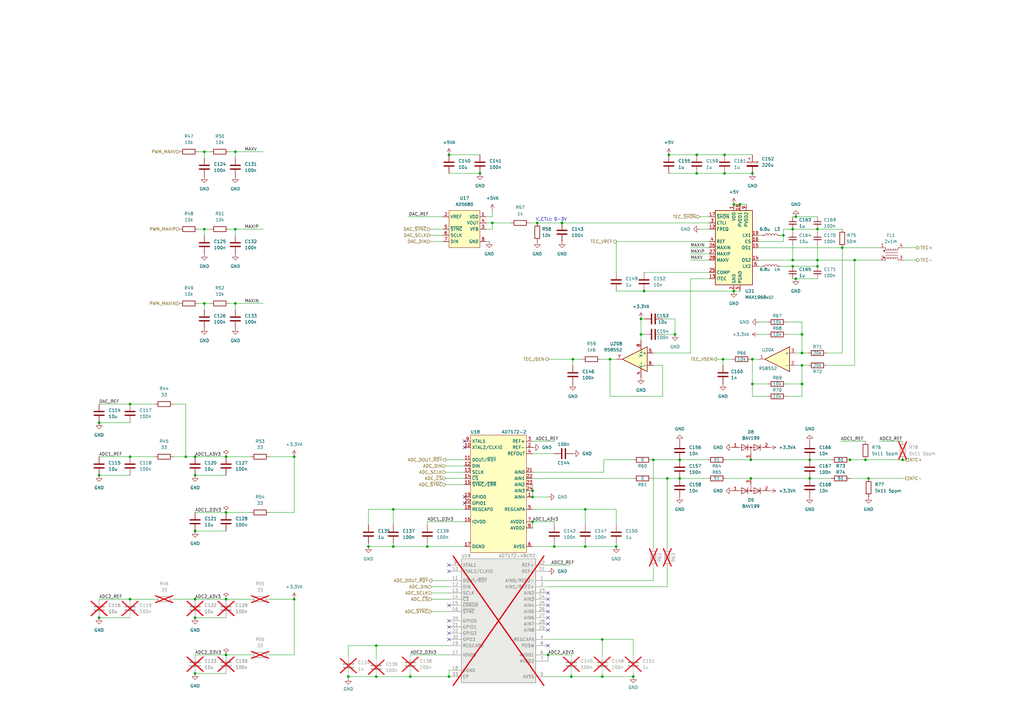
<source format=kicad_sch>
(kicad_sch (version 20230121) (generator eeschema)
  (paper "A3")
  (title_block (title "Kirdy") (date "2022-07-03") (rev "r0.3") (company "M-Labs") (comment 1 "Linus Woo Chun Kit"))
  (junction (at 300.99 119.38))
  (junction (at 267.97 188.595))
  (junction (at 350.52 106.68))
  (junction (at 297.18 63.5))
  (junction (at 274.32 63.5))
  (junction (at 300.99 83.82))
  (junction (at 201.93 91.44))
  (junction (at 252.73 224.155))
  (junction (at 96.52 62.23))
  (junction (at 53.34 245.745))
  (junction (at 161.29 208.915))
  (junction (at 92.71 268.605))
  (junction (at 325.12 106.68))
  (junction (at 234.95 147.32))
  (junction (at 83.82 62.23))
  (junction (at 40.64 173.355))
  (junction (at 80.01 217.805))
  (junction (at 120.65 187.325))
  (junction (at 40.64 253.365))
  (junction (at 120.65 245.745))
  (junction (at 218.44 213.995))
  (junction (at 154.305 277.495))
  (junction (at 328.93 149.86))
  (junction (at 354.965 188.595))
  (junction (at 296.545 147.32))
  (junction (at 218.44 203.835))
  (junction (at 184.15 277.495))
  (junction (at 161.29 224.155))
  (junction (at 234.315 277.495))
  (junction (at 308.61 71.12))
  (junction (at 247.015 262.255))
  (junction (at 92.71 210.185))
  (junction (at 325.12 93.98))
  (junction (at 80.01 276.225))
  (junction (at 230.505 91.44))
  (junction (at 262.89 137.16))
  (junction (at 285.75 71.12))
  (junction (at 348.615 188.595))
  (junction (at 308.61 157.48))
  (junction (at 259.715 277.495))
  (junction (at 326.39 114.3))
  (junction (at 250.19 147.32))
  (junction (at 92.71 245.745))
  (junction (at 83.82 93.98))
  (junction (at 80.01 187.325))
  (junction (at 83.82 124.46))
  (junction (at 175.26 224.155))
  (junction (at 278.765 188.595))
  (junction (at 80.01 194.945))
  (junction (at 321.31 96.52))
  (junction (at 92.71 187.325))
  (junction (at 53.34 187.325))
  (junction (at 218.44 201.295))
  (junction (at 168.275 277.495))
  (junction (at 80.01 253.365))
  (junction (at 184.15 63.5))
  (junction (at 240.03 224.155))
  (junction (at 335.28 109.22))
  (junction (at 345.44 101.6))
  (junction (at 273.685 196.215))
  (junction (at 278.765 196.215))
  (junction (at 328.93 137.16))
  (junction (at 96.52 93.98))
  (junction (at 227.33 224.155))
  (junction (at 154.305 264.795))
  (junction (at 220.345 91.44))
  (junction (at 96.52 124.46))
  (junction (at 303.53 83.82))
  (junction (at 40.64 194.945))
  (junction (at 332.105 188.595))
  (junction (at 328.93 157.48))
  (junction (at 307.975 188.595))
  (junction (at 325.12 109.22))
  (junction (at 196.85 71.12))
  (junction (at 356.235 196.215))
  (junction (at 262.89 130.81))
  (junction (at 240.03 208.915))
  (junction (at 307.975 196.215))
  (junction (at 328.93 144.78))
  (junction (at 370.205 188.595))
  (junction (at 151.13 224.155))
  (junction (at 264.16 119.38))
  (junction (at 76.2 187.325))
  (junction (at 80.01 245.745))
  (junction (at 335.28 93.98))
  (junction (at 276.86 137.16))
  (junction (at 142.875 277.495))
  (junction (at 308.61 147.32))
  (junction (at 285.75 63.5))
  (junction (at 297.18 71.12))
  (junction (at 335.28 106.68))
  (junction (at 332.105 196.215))
  (junction (at 224.79 268.605))
  (junction (at 53.34 165.735))
  (junction (at 326.39 88.9))
  (junction (at 247.015 277.495))
  (no_connect (at 190.5 180.975))
  (no_connect (at 184.15 248.285))
  (no_connect (at 190.5 183.515))
  (no_connect (at 190.5 203.835))
  (no_connect (at 190.5 206.375))
  (no_connect (at 224.79 243.205))
  (no_connect (at 224.79 250.825))
  (no_connect (at 184.15 234.315))
  (no_connect (at 184.15 231.775))
  (no_connect (at 224.79 264.795))
  (no_connect (at 184.15 262.255))
  (no_connect (at 224.79 255.905))
  (no_connect (at 184.15 257.175))
  (no_connect (at 184.15 259.715))
  (no_connect (at 224.79 248.285))
  (no_connect (at 224.79 253.365))
  (no_connect (at 184.15 254.635))
  (no_connect (at 224.79 258.445))
  (no_connect (at 224.79 245.745))
  (wire (pts (xy 320.04 96.52) (xy 321.31 96.52)))
  (wire (pts (xy 80.01 276.225) (xy 92.71 276.225)))
  (wire (pts (xy 274.32 63.5) (xy 285.75 63.5)))
  (wire (pts (xy 328.93 144.78) (xy 331.47 144.78)))
  (wire (pts (xy 218.44 201.295) (xy 218.44 203.835)))
  (wire (pts (xy 218.44 213.995) (xy 227.33 213.995)))
  (wire (pts (xy 224.79 147.32) (xy 234.95 147.32)))
  (wire (pts (xy 220.345 91.44) (xy 230.505 91.44)))
  (wire (pts (xy 40.64 245.745) (xy 53.34 245.745)))
  (wire (pts (xy 347.345 188.595) (xy 348.615 188.595)))
  (wire (pts (xy 308.61 147.32) (xy 311.15 147.32)))
  (wire (pts (xy 40.64 194.945) (xy 53.34 194.945)))
  (wire (pts (xy 252.73 111.76) (xy 252.73 99.06)))
  (wire (pts (xy 142.875 277.495) (xy 142.875 278.13)))
  (wire (pts (xy 182.88 198.755) (xy 190.5 198.755)))
  (wire (pts (xy 40.64 165.735) (xy 53.34 165.735)))
  (wire (pts (xy 328.93 149.86) (xy 331.47 149.86)))
  (wire (pts (xy 92.71 268.605) (xy 102.87 268.605)))
  (wire (pts (xy 182.88 191.135) (xy 190.5 191.135)))
  (wire (pts (xy 175.26 213.995) (xy 190.5 213.995)))
  (wire (pts (xy 252.73 119.38) (xy 264.16 119.38)))
  (wire (pts (xy 224.79 268.605) (xy 224.79 271.145)))
  (wire (pts (xy 53.34 245.745) (xy 63.5 245.745)))
  (wire (pts (xy 252.73 208.915) (xy 252.73 215.265)))
  (wire (pts (xy 278.765 196.215) (xy 290.195 196.215)))
  (wire (pts (xy 151.13 215.265) (xy 151.13 208.915)))
  (wire (pts (xy 110.49 187.325) (xy 120.65 187.325)))
  (wire (pts (xy 92.71 210.185) (xy 102.87 210.185)))
  (wire (pts (xy 311.15 132.08) (xy 314.96 132.08)))
  (wire (pts (xy 278.765 188.595) (xy 290.195 188.595)))
  (wire (pts (xy 199.39 93.98) (xy 201.93 93.98)))
  (wire (pts (xy 325.12 106.68) (xy 335.28 106.68)))
  (wire (pts (xy 297.18 63.5) (xy 308.61 63.5)))
  (wire (pts (xy 250.19 147.32) (xy 252.73 147.32)))
  (wire (pts (xy 285.75 71.12) (xy 297.18 71.12)))
  (wire (pts (xy 296.545 147.32) (xy 300.355 147.32)))
  (wire (pts (xy 332.105 188.595) (xy 340.995 188.595)))
  (wire (pts (xy 264.16 119.38) (xy 300.99 119.38)))
  (wire (pts (xy 176.53 99.06) (xy 181.61 99.06)))
  (wire (pts (xy 322.58 157.48) (xy 328.93 157.48)))
  (wire (pts (xy 177.165 245.745) (xy 184.15 245.745)))
  (wire (pts (xy 80.01 253.365) (xy 92.71 253.365)))
  (wire (pts (xy 71.12 245.745) (xy 80.01 245.745)))
  (wire (pts (xy 227.33 213.995) (xy 227.33 215.265)))
  (wire (pts (xy 83.82 93.98) (xy 86.36 93.98)))
  (wire (pts (xy 339.09 144.78) (xy 345.44 144.78)))
  (wire (pts (xy 271.78 162.56) (xy 271.78 149.86)))
  (wire (pts (xy 184.15 63.5) (xy 196.85 63.5)))
  (wire (pts (xy 218.44 208.915) (xy 240.03 208.915)))
  (wire (pts (xy 218.44 213.995) (xy 218.44 216.535)))
  (wire (pts (xy 151.13 208.915) (xy 161.29 208.915)))
  (wire (pts (xy 151.13 224.155) (xy 161.29 224.155)))
  (wire (pts (xy 247.015 277.495) (xy 259.715 277.495)))
  (wire (pts (xy 321.31 93.98) (xy 325.12 93.98)))
  (wire (pts (xy 350.52 106.68) (xy 350.52 149.86)))
  (wire (pts (xy 199.39 99.06) (xy 200.66 99.06)))
  (wire (pts (xy 142.875 277.495) (xy 154.305 277.495)))
  (wire (pts (xy 96.52 124.46) (xy 96.52 127)))
  (wire (pts (xy 154.305 264.795) (xy 154.305 269.875)))
  (wire (pts (xy 325.12 109.22) (xy 335.28 109.22)))
  (wire (pts (xy 287.02 88.9) (xy 290.83 88.9)))
  (wire (pts (xy 283.21 101.6) (xy 290.83 101.6)))
  (wire (pts (xy 370.84 101.6) (xy 375.92 101.6)))
  (wire (pts (xy 176.53 96.52) (xy 181.61 96.52)))
  (wire (pts (xy 271.78 149.86) (xy 267.97 149.86)))
  (wire (pts (xy 182.88 188.595) (xy 190.5 188.595)))
  (wire (pts (xy 262.89 137.16) (xy 262.89 139.7)))
  (wire (pts (xy 345.44 101.6) (xy 345.44 144.78)))
  (wire (pts (xy 326.39 144.78) (xy 328.93 144.78)))
  (wire (pts (xy 283.21 144.78) (xy 267.97 144.78)))
  (wire (pts (xy 247.65 193.675) (xy 247.65 188.595)))
  (wire (pts (xy 184.15 71.12) (xy 196.85 71.12)))
  (wire (pts (xy 311.15 101.6) (xy 345.44 101.6)))
  (wire (pts (xy 234.95 149.86) (xy 234.95 147.32)))
  (wire (pts (xy 96.52 124.46) (xy 107.95 124.46)))
  (wire (pts (xy 240.03 208.915) (xy 252.73 208.915)))
  (wire (pts (xy 234.315 276.225) (xy 234.315 277.495)))
  (wire (pts (xy 267.97 232.41) (xy 267.97 238.125)))
  (wire (pts (xy 335.28 106.68) (xy 350.52 106.68)))
  (wire (pts (xy 182.88 193.675) (xy 190.5 193.675)))
  (wire (pts (xy 325.12 95.25) (xy 325.12 93.98)))
  (wire (pts (xy 154.305 264.795) (xy 184.15 264.795)))
  (wire (pts (xy 348.615 196.215) (xy 356.235 196.215)))
  (wire (pts (xy 120.65 268.605) (xy 120.65 245.745)))
  (wire (pts (xy 199.39 88.9) (xy 201.93 88.9)))
  (wire (pts (xy 335.28 100.33) (xy 335.28 106.68)))
  (wire (pts (xy 224.79 277.495) (xy 234.315 277.495)))
  (wire (pts (xy 93.98 93.98) (xy 96.52 93.98)))
  (wire (pts (xy 264.16 130.81) (xy 262.89 130.81)))
  (wire (pts (xy 325.12 88.9) (xy 326.39 88.9)))
  (wire (pts (xy 250.19 162.56) (xy 271.78 162.56)))
  (wire (pts (xy 322.58 132.08) (xy 328.93 132.08)))
  (wire (pts (xy 273.685 232.41) (xy 273.685 240.665)))
  (wire (pts (xy 83.82 62.23) (xy 83.82 64.77)))
  (wire (pts (xy 161.29 222.885) (xy 161.29 224.155)))
  (wire (pts (xy 80.01 217.805) (xy 92.71 217.805)))
  (wire (pts (xy 307.975 196.215) (xy 332.105 196.215)))
  (wire (pts (xy 264.16 111.76) (xy 290.83 111.76)))
  (wire (pts (xy 247.015 262.255) (xy 259.715 262.255)))
  (wire (pts (xy 167.64 88.9) (xy 181.61 88.9)))
  (wire (pts (xy 246.38 147.32) (xy 250.19 147.32)))
  (wire (pts (xy 247.015 276.225) (xy 247.015 277.495)))
  (wire (pts (xy 267.97 188.595) (xy 267.97 224.79)))
  (wire (pts (xy 53.34 187.325) (xy 63.5 187.325)))
  (wire (pts (xy 240.03 222.885) (xy 240.03 224.155)))
  (wire (pts (xy 110.49 268.605) (xy 120.65 268.605)))
  (wire (pts (xy 177.165 240.665) (xy 184.15 240.665)))
  (wire (pts (xy 201.93 88.9) (xy 201.93 86.36)))
  (wire (pts (xy 311.15 106.68) (xy 325.12 106.68)))
  (wire (pts (xy 325.12 100.33) (xy 325.12 106.68)))
  (wire (pts (xy 234.95 147.32) (xy 238.76 147.32)))
  (wire (pts (xy 40.64 187.325) (xy 53.34 187.325)))
  (wire (pts (xy 177.165 250.825) (xy 184.15 250.825)))
  (wire (pts (xy 247.65 188.595) (xy 259.715 188.595)))
  (wire (pts (xy 83.82 124.46) (xy 83.82 127)))
  (wire (pts (xy 328.93 137.16) (xy 328.93 144.78)))
  (wire (pts (xy 175.26 224.155) (xy 190.5 224.155)))
  (wire (pts (xy 168.275 268.605) (xy 184.15 268.605)))
  (wire (pts (xy 177.165 243.205) (xy 184.15 243.205)))
  (wire (pts (xy 92.71 187.325) (xy 102.87 187.325)))
  (wire (pts (xy 218.44 186.055) (xy 227.33 186.055)))
  (wire (pts (xy 110.49 245.745) (xy 120.65 245.745)))
  (wire (pts (xy 247.015 262.255) (xy 247.015 268.605)))
  (wire (pts (xy 92.71 245.745) (xy 102.87 245.745)))
  (wire (pts (xy 360.68 180.975) (xy 370.205 180.975)))
  (wire (pts (xy 311.15 99.06) (xy 321.31 99.06)))
  (wire (pts (xy 267.97 188.595) (xy 278.765 188.595)))
  (wire (pts (xy 297.815 196.215) (xy 307.975 196.215)))
  (wire (pts (xy 142.875 264.795) (xy 142.875 269.24)))
  (wire (pts (xy 80.01 268.605) (xy 92.71 268.605)))
  (wire (pts (xy 96.52 93.98) (xy 96.52 96.52)))
  (wire (pts (xy 311.15 137.16) (xy 314.96 137.16)))
  (wire (pts (xy 326.39 149.86) (xy 328.93 149.86)))
  (wire (pts (xy 308.61 157.48) (xy 308.61 162.56)))
  (wire (pts (xy 53.34 165.735) (xy 63.5 165.735)))
  (wire (pts (xy 370.205 188.595) (xy 371.475 188.595)))
  (wire (pts (xy 71.12 165.735) (xy 76.2 165.735)))
  (wire (pts (xy 326.39 114.3) (xy 335.28 114.3)))
  (wire (pts (xy 325.12 114.3) (xy 326.39 114.3)))
  (wire (pts (xy 76.2 165.735) (xy 76.2 187.325)))
  (wire (pts (xy 218.44 203.835) (xy 224.79 203.835)))
  (wire (pts (xy 273.685 240.665) (xy 224.79 240.665)))
  (wire (pts (xy 154.305 277.495) (xy 168.275 277.495)))
  (wire (pts (xy 247.65 193.675) (xy 218.44 193.675)))
  (wire (pts (xy 252.73 222.885) (xy 252.73 224.155)))
  (wire (pts (xy 199.39 91.44) (xy 201.93 91.44)))
  (wire (pts (xy 328.93 162.56) (xy 328.93 157.48)))
  (wire (pts (xy 110.49 210.185) (xy 120.65 210.185)))
  (wire (pts (xy 83.82 93.98) (xy 83.82 96.52)))
  (wire (pts (xy 93.98 62.23) (xy 96.52 62.23)))
  (wire (pts (xy 230.505 91.44) (xy 290.83 91.44)))
  (wire (pts (xy 287.02 93.98) (xy 290.83 93.98)))
  (wire (pts (xy 322.58 137.16) (xy 328.93 137.16)))
  (wire (pts (xy 80.01 194.945) (xy 92.71 194.945)))
  (wire (pts (xy 177.165 238.125) (xy 184.15 238.125)))
  (wire (pts (xy 184.15 274.955) (xy 184.15 277.495)))
  (wire (pts (xy 276.86 130.81) (xy 276.86 137.16)))
  (wire (pts (xy 201.93 93.98) (xy 201.93 91.44)))
  (wire (pts (xy 218.44 180.975) (xy 227.33 180.975)))
  (wire (pts (xy 322.58 162.56) (xy 328.93 162.56)))
  (wire (pts (xy 328.93 132.08) (xy 328.93 137.16)))
  (wire (pts (xy 40.64 173.355) (xy 53.34 173.355)))
  (wire (pts (xy 176.53 93.98) (xy 181.61 93.98)))
  (wire (pts (xy 81.28 93.98) (xy 83.82 93.98)))
  (wire (pts (xy 80.01 187.325) (xy 92.71 187.325)))
  (wire (pts (xy 273.685 196.215) (xy 273.685 224.79)))
  (wire (pts (xy 273.685 196.215) (xy 278.765 196.215)))
  (wire (pts (xy 335.28 95.25) (xy 335.28 93.98)))
  (wire (pts (xy 96.52 62.23) (xy 107.95 62.23)))
  (wire (pts (xy 321.31 99.06) (xy 321.31 96.52)))
  (wire (pts (xy 175.26 222.885) (xy 175.26 224.155)))
  (wire (pts (xy 218.44 198.755) (xy 218.44 201.295)))
  (wire (pts (xy 76.2 187.325) (xy 80.01 187.325)))
  (wire (pts (xy 344.805 180.975) (xy 354.965 180.975)))
  (wire (pts (xy 120.65 210.185) (xy 120.65 187.325)))
  (wire (pts (xy 224.79 268.605) (xy 234.315 268.605)))
  (wire (pts (xy 224.79 262.255) (xy 247.015 262.255)))
  (wire (pts (xy 218.44 196.215) (xy 259.715 196.215)))
  (wire (pts (xy 271.78 137.16) (xy 276.86 137.16)))
  (wire (pts (xy 311.15 96.52) (xy 312.42 96.52)))
  (wire (pts (xy 283.21 114.3) (xy 290.83 114.3)))
  (wire (pts (xy 348.615 188.595) (xy 354.965 188.595)))
  (wire (pts (xy 96.52 93.98) (xy 107.95 93.98)))
  (wire (pts (xy 81.28 62.23) (xy 83.82 62.23)))
  (wire (pts (xy 240.03 208.915) (xy 240.03 215.265)))
  (wire (pts (xy 264.16 137.16) (xy 262.89 137.16)))
  (wire (pts (xy 321.31 96.52) (xy 321.31 93.98)))
  (wire (pts (xy 335.28 106.68) (xy 335.28 109.22)))
  (wire (pts (xy 217.17 91.44) (xy 220.345 91.44)))
  (wire (pts (xy 332.105 196.215) (xy 340.995 196.215)))
  (wire (pts (xy 335.28 93.98) (xy 345.44 93.98)))
  (wire (pts (xy 274.32 71.12) (xy 285.75 71.12)))
  (wire (pts (xy 267.335 188.595) (xy 267.97 188.595)))
  (wire (pts (xy 262.89 130.81) (xy 262.89 137.16)))
  (wire (pts (xy 168.275 277.495) (xy 184.15 277.495)))
  (wire (pts (xy 250.19 147.32) (xy 250.19 162.56)))
  (wire (pts (xy 356.235 196.215) (xy 371.475 196.215)))
  (wire (pts (xy 285.75 63.5) (xy 297.18 63.5)))
  (wire (pts (xy 182.88 196.215) (xy 190.5 196.215)))
  (wire (pts (xy 307.975 188.595) (xy 332.105 188.595)))
  (wire (pts (xy 168.275 277.495) (xy 168.275 276.225)))
  (wire (pts (xy 81.28 124.46) (xy 83.82 124.46)))
  (wire (pts (xy 300.99 83.82) (xy 303.53 83.82)))
  (wire (pts (xy 83.82 124.46) (xy 86.36 124.46)))
  (wire (pts (xy 350.52 106.68) (xy 360.68 106.68)))
  (wire (pts (xy 297.815 188.595) (xy 307.975 188.595)))
  (wire (pts (xy 283.21 114.3) (xy 283.21 144.78)))
  (wire (pts (xy 80.01 210.185) (xy 92.71 210.185)))
  (wire (pts (xy 294.005 147.32) (xy 296.545 147.32)))
  (wire (pts (xy 96.52 62.23) (xy 96.52 64.77)))
  (wire (pts (xy 345.44 101.6) (xy 360.68 101.6)))
  (wire (pts (xy 252.73 99.06) (xy 290.83 99.06)))
  (wire (pts (xy 370.84 106.68) (xy 375.92 106.68)))
  (wire (pts (xy 328.93 157.48) (xy 328.93 149.86)))
  (wire (pts (xy 314.96 157.48) (xy 308.61 157.48)))
  (wire (pts (xy 93.98 124.46) (xy 96.52 124.46)))
  (wire (pts (xy 259.715 276.225) (xy 259.715 277.495)))
  (wire (pts (xy 267.97 238.125) (xy 224.79 238.125)))
  (wire (pts (xy 227.33 222.885) (xy 227.33 224.155)))
  (wire (pts (xy 80.01 245.745) (xy 92.71 245.745)))
  (wire (pts (xy 218.44 224.155) (xy 227.33 224.155)))
  (wire (pts (xy 300.99 119.38) (xy 303.53 119.38)))
  (wire (pts (xy 307.975 147.32) (xy 308.61 147.32)))
  (wire (pts (xy 71.12 187.325) (xy 76.2 187.325)))
  (wire (pts (xy 296.545 149.86) (xy 296.545 147.32)))
  (wire (pts (xy 161.29 224.155) (xy 175.26 224.155)))
  (wire (pts (xy 308.61 157.48) (xy 308.61 147.32)))
  (wire (pts (xy 303.53 83.82) (xy 306.07 83.82)))
  (wire (pts (xy 271.78 130.81) (xy 276.86 130.81)))
  (wire (pts (xy 224.79 231.775) (xy 233.68 231.775)))
  (wire (pts (xy 201.93 91.44) (xy 209.55 91.44)))
  (wire (pts (xy 308.61 162.56) (xy 314.96 162.56)))
  (wire (pts (xy 83.82 62.23) (xy 86.36 62.23)))
  (wire (pts (xy 354.965 188.595) (xy 370.205 188.595)))
  (wire (pts (xy 161.29 208.915) (xy 161.29 215.265)))
  (wire (pts (xy 326.39 88.9) (xy 335.28 88.9)))
  (wire (pts (xy 234.315 277.495) (xy 247.015 277.495)))
  (wire (pts (xy 40.64 253.365) (xy 53.34 253.365)))
  (wire (pts (xy 311.15 109.22) (xy 312.42 109.22)))
  (wire (pts (xy 227.33 224.155) (xy 240.03 224.155)))
  (wire (pts (xy 320.04 109.22) (xy 325.12 109.22)))
  (wire (pts (xy 339.09 149.86) (xy 350.52 149.86)))
  (wire (pts (xy 297.18 71.12) (xy 308.61 71.12)))
  (wire (pts (xy 267.335 196.215) (xy 273.685 196.215)))
  (wire (pts (xy 161.29 208.915) (xy 190.5 208.915)))
  (wire (pts (xy 283.21 104.14) (xy 290.83 104.14)))
  (wire (pts (xy 283.21 106.68) (xy 290.83 106.68)))
  (wire (pts (xy 240.03 224.155) (xy 252.73 224.155)))
  (wire (pts (xy 142.875 276.86) (xy 142.875 277.495)))
  (wire (pts (xy 151.13 222.885) (xy 151.13 224.155)))
  (wire (pts (xy 154.305 264.795) (xy 142.875 264.795)))
  (wire (pts (xy 259.715 262.255) (xy 259.715 268.605)))
  (wire (pts (xy 325.12 93.98) (xy 335.28 93.98)))
  (wire (pts (xy 175.26 213.995) (xy 175.26 215.265)))
  (text "V_CTLI: 0-3V" (at 219.71 90.805 0) (effects (font (size 1.27 1.27)) (justify left bottom)))
  (label "DAC_REF" (at 167.64 88.9 0))
  (label "ADC1_D3V3" (at 175.26 213.995 0))
  (label "MAXV" (at 100.33 62.23 0))
  (label "MAXIN" (at 100.33 124.46 0))
  (label "ADC2_D3V3" (at 80.01 268.605 0))
  (label "ADC2_REF" (at 40.64 245.745 0))
  (label "ADC1_REF" (at 40.64 187.325 0))
  (label "ADC2_A3V3" (at 80.01 245.745 0))
  (label "MAXIN" (at 283.21 101.6 0))
  (label "ADC1_A3V3" (at 80.01 187.325 0))
  (label "MAXV" (at 283.21 106.68 0))
  (label "DAC_REF" (at 40.64 165.735 0))
  (label "MAXIP" (at 100.33 93.98 0))
  (label "ADC1_REF" (at 344.805 180.975 0))
  (label "ADC1_D3V3" (at 80.01 210.185 0))
  (label "ADC1_REF" (at 219.71 180.975 0))
  (label "ADC1_A3V3" (at 218.44 213.995 0))
  (label "ADC2_A3V3" (at 224.79 268.605 0))
  (label "MAXIP" (at 283.21 104.14 0))
  (label "ADC2_REF" (at 360.68 180.975 0))
  (label "ADC2_D3V3" (at 168.275 268.605 0))
  (label "ADC2_REF" (at 226.06 231.775 0))
  (hierarchical_label "ADC_DOUT_~{RDY}" (shape output) (at 182.88 188.595 180))
  (hierarchical_label "TEC+" (shape output) (at 375.92 101.6 0))
  (hierarchical_label "PWM_MAXIP" (shape input) (at 73.66 93.98 180))
  (hierarchical_label "DAC_DIN" (shape input) (at 176.53 99.06 180))
  (hierarchical_label "PWM_MAXIN" (shape input) (at 73.66 124.46 180))
  (hierarchical_label "TEC_VREF" (shape output) (at 252.73 99.06 180))
  (hierarchical_label "ADC_~{SYNC}" (shape input) (at 177.165 250.825 180))
  (hierarchical_label "TEC_~{SHDN}" (shape input) (at 287.02 88.9 180))
  (hierarchical_label "DAC_SCLK" (shape input) (at 176.53 96.52 180))
  (hierarchical_label "ADC_~{CS}" (shape input) (at 177.165 245.745 180))
  (hierarchical_label "TEC_ISEN" (shape output) (at 224.79 147.32 180))
  (hierarchical_label "ADC_~{CS}" (shape input) (at 182.88 196.215 180))
  (hierarchical_label "NTC-" (shape passive) (at 371.475 196.215 0))
  (hierarchical_label "ADC_DIN" (shape input) (at 182.88 191.135 180))
  (hierarchical_label "NTC+" (shape passive) (at 371.475 188.595 0))
  (hierarchical_label "TEC-" (shape output) (at 375.92 106.68 0))
  (hierarchical_label "PWM_MAXV" (shape input) (at 73.66 62.23 180))
  (hierarchical_label "ADC_SCLK" (shape input) (at 182.88 193.675 180))
  (hierarchical_label "ADC_DIN" (shape input) (at 177.165 240.665 180))
  (hierarchical_label "TEC_VSEN" (shape output) (at 294.005 147.32 180))
  (hierarchical_label "ADC_~{SYNC}" (shape input) (at 182.88 198.755 180))
  (hierarchical_label "ADC_DOUT_~{RDY}" (shape output) (at 177.165 238.125 180))
  (hierarchical_label "DAC_~{SYNC}" (shape input) (at 176.53 93.98 180))
  (hierarchical_label "ADC_SCLK" (shape input) (at 177.165 243.205 180))
  (symbol (lib_id "power:GND") (at 80.01 276.225 0) (unit 1)
    (property "Reference" "#PWR0104" (effects hide))
    (property "Value" "GND" (at 80.01 281.305 0))
  )
  (symbol (lib_id "power:GND") (at 80.01 194.945 0) (unit 1)
    (property "Reference" "#PWR0101" (effects hide))
    (property "Value" "GND" (at 80.01 200.025 0))
  )
  (symbol (lib_id "Device:R") (at 273.685 228.6 180) (unit 1) (dnp yes)
    (property "Reference" "R63" (at 276.225 228.6 90))
    (property "Value" "0" (at 273.685 228.6 90))
    (property "Footprint" "Resistor_SMD:R_0603_1608Metric" (effects hide))
    (property "MFR_PN" "RMCF0603ZT0R00" (effects hide))
    (property "MFR_PN_ALT" "CR0603-J/-000ELF" (effects hide))
  )
  (symbol (lib_id "Device:C") (at 240.03 219.075 0) (unit 1)
    (property "Reference" "C147" (at 243.84 217.8049 0) (effects (justify left)))
    (property "Value" "100n" (at 243.84 220.3449 0) (effects (justify left)))
    (property "Footprint" "Capacitor_SMD:C_0603_1608Metric" (effects hide))
    (property "MFR_PN" "CL10B104KB8NNWC" (effects hide))
    (property "MFR_PN_ALT" "CL10B104KB8NNNL" (effects hide))
  )
  (symbol (lib_id "Device:C") (at 175.26 219.075 0) (unit 1)
    (property "Reference" "C139" (at 179.07 217.8049 0) (effects (justify left)))
    (property "Value" "100n" (at 179.07 220.3449 0) (effects (justify left)))
    (property "Footprint" "Capacitor_SMD:C_0603_1608Metric" (effects hide))
    (property "MFR_PN" "CL10B104KB8NNWC" (effects hide))
    (property "MFR_PN_ALT" "CL10B104KB8NNNL" (effects hide))
  )
  (symbol (lib_id "kirdy:AD5680") (at 190.5 101.6 0) (unit 1)
    (property "Reference" "U17" (at 190.5 81.28 0))
    (property "Value" "AD5680" (at 190.5 83.82 0))
    (property "Footprint" "Package_TO_SOT_SMD:SOT-23-8" (effects hide))
    (property "Datasheet" "https://www.analog.com/media/en/technical-documentation/data-sheets/ad5680.pdf" (effects hide))
    (property "MFR_PN" "AD5680BRJZ" (effects hide))
  )
  (symbol (lib_id "Device:C") (at 53.34 249.555 0) (unit 1) (dnp yes)
    (property "Reference" "C119" (at 57.15 248.2849 0) (effects (justify left)))
    (property "Value" "100n" (at 57.15 250.8249 0) (effects (justify left)))
    (property "Footprint" "Capacitor_SMD:C_0603_1608Metric" (effects hide))
    (property "MFR_PN" "CL10B104KB8NNWC" (effects hide))
    (property "MFR_PN_ALT" "CL10B104KB8NNNL" (effects hide))
  )
  (symbol (lib_id "power:GND") (at 40.64 194.945 0) (unit 1)
    (property "Reference" "#PWR099" (effects hide))
    (property "Value" "GND" (at 40.64 200.025 0))
  )
  (symbol (lib_id "power:GND") (at 200.66 99.06 0) (unit 1)
    (property "Reference" "#PWR0117" (effects hide))
    (property "Value" "GND" (at 200.66 104.14 0))
  )
  (symbol (lib_id "Device:C") (at 80.01 213.995 0) (unit 1)
    (property "Reference" "C121" (at 83.82 212.7249 0) (effects (justify left)))
    (property "Value" "10u" (at 83.82 215.2649 0) (effects (justify left)))
    (property "Footprint" "Capacitor_SMD:C_0805_2012Metric" (effects hide))
    (property "MFR_PN" "CL21B106KOQNNNG" (effects hide))
    (property "MFR_PN_ALT" "CL21B106KOQNNNE" (effects hide))
  )
  (symbol (lib_id "Device:R") (at 345.44 97.79 180) (unit 1)
    (property "Reference" "R75" (at 349.25 96.52 0))
    (property "Value" "50m" (at 349.25 99.06 0))
    (property "Footprint" "Resistor_SMD:R_2010_5025Metric" (effects hide))
    (property "MFR_PN" "CRM2010-FX-R050ELF" (effects hide))
    (property "MFR_PN_ALT" "WSLT2010R5000FEA18" (effects hide))
  )
  (symbol (lib_id "Device:C") (at 154.305 273.685 0) (unit 1) (dnp yes)
    (property "Reference" "C136" (at 158.115 272.4149 0) (effects (justify left)))
    (property "Value" "100n" (at 158.115 274.9549 0) (effects (justify left)))
    (property "Footprint" "Capacitor_SMD:C_0603_1608Metric" (effects hide))
    (property "MFR_PN" "CL10B104KB8NNWC" (effects hide))
    (property "MFR_PN_ALT" "CL10B104KB8NNNL" (effects hide))
  )
  (symbol (lib_id "Device:C") (at 252.73 219.075 0) (unit 1)
    (property "Reference" "C150" (at 256.54 217.8049 0) (effects (justify left)))
    (property "Value" "1u" (at 256.54 220.3449 0) (effects (justify left)))
    (property "Footprint" "Capacitor_SMD:C_0603_1608Metric" (effects hide))
    (property "MFR_PN" "CL10B105KA8NNNC" (effects hide))
    (property "MFR_PN_ALT" "CGA3E1X7R1E105K080AC" (effects hide))
  )
  (symbol (lib_id "power:+3.3VA") (at 120.65 187.325 0) (unit 1)
    (property "Reference" "#PWR0111" (effects hide))
    (property "Value" "+3.3VA" (at 120.65 182.245 0))
  )
  (symbol (lib_id "power:+5V") (at 274.32 63.5 0) (unit 1)
    (property "Reference" "#PWR0130" (effects hide))
    (property "Value" "+5V" (at 274.32 58.42 0))
  )
  (symbol (lib_id "Device:R") (at 106.68 210.185 90) (unit 1)
    (property "Reference" "R54" (at 106.68 203.835 90))
    (property "Value" "33" (at 106.68 206.375 90))
    (property "Footprint" "Resistor_SMD:R_0603_1608Metric" (effects hide))
    (property "MFR_PN" "RC0603FR-0733RL" (effects hide))
    (property "MFR_PN_ALT" "CRGCQ0603F33R" (effects hide))
  )
  (symbol (lib_id "Device:Filter_EMI_LL_1423") (at 365.76 104.14 0) (mirror x) (unit 1)
    (property "Reference" "FL1" (at 365.379 96.52 0))
    (property "Value" "2x1m" (at 365.379 99.06 0))
    (property "Footprint" "Inductor_SMD:L_CommonModeChoke_Wuerth_WE-SL5" (effects hide))
    (property "MFR_PN" "744273501" (effects hide))
  )
  (symbol (lib_id "Device:R") (at 318.77 132.08 90) (unit 1)
    (property "Reference" "R67" (at 318.77 129.54 90))
    (property "Value" "10k" (at 318.77 132.08 90))
    (property "Footprint" "Resistor_SMD:R_0603_1608Metric" (effects hide))
    (property "MFR_PN" "RNCP0603FTD10K0" (effects hide))
    (property "MFR_PN_ALT" "RMCF0603FT10K0" (effects hide))
  )
  (symbol (lib_id "power:GND") (at 83.82 104.14 0) (unit 1)
    (property "Reference" "#PWR0106" (effects hide))
    (property "Value" "GND" (at 83.82 109.22 0))
  )
  (symbol (lib_id "Device:R") (at 90.17 62.23 90) (unit 1)
    (property "Reference" "R50" (at 90.17 55.88 90))
    (property "Value" "10k" (at 90.17 58.42 90))
    (property "Footprint" "Resistor_SMD:R_0603_1608Metric" (effects hide))
    (property "MFR_PN" "RNCP0603FTD10K0" (effects hide))
    (property "MFR_PN_ALT" "RMCF0603FT10K0" (effects hide))
  )
  (symbol (lib_id "Device:C") (at 296.545 153.67 0) (unit 1)
    (property "Reference" "C160" (at 299.72 152.4 0) (effects (justify left)))
    (property "Value" "1n" (at 299.72 154.94 0) (effects (justify left)))
    (property "Footprint" "Capacitor_SMD:C_0603_1608Metric" (effects hide))
    (property "MFR_PN" "0603N102G250CT" (effects hide))
  )
  (symbol (lib_id "Device:R") (at 294.005 188.595 90) (unit 1)
    (property "Reference" "R64" (at 294.005 191.135 90))
    (property "Value" "51" (at 294.005 188.595 90))
    (property "Footprint" "Resistor_SMD:R_0603_1608Metric" (effects hide))
    (property "MFR_PN" "ESR03EZPF51R0" (effects hide))
    (property "MFR_PN_ALT" "RMCF0603FT51R0" (effects hide))
  )
  (symbol (lib_id "kirdy:RS8552") (at 260.35 147.32 0) (mirror y) (unit 3)
    (property "Reference" "U20" (effects hide))
    (property "Value" "RS8552" (effects hide))
    (property "Footprint" "Package_SO:SOIC-8_3.9x4.9mm_P1.27mm" (effects hide))
    (property "Datasheet" "https://datasheet.lcsc.com/lcsc/2010160333_Jiangsu-RUNIC-Tech-RS8554XP_C236997.pdf" (effects hide))
    (property "MFR_PN" "RS8552XK" (effects hide))
  )
  (symbol (lib_id "power:GND") (at 308.61 71.12 0) (unit 1)
    (property "Reference" "#PWR0140" (effects hide))
    (property "Value" "GND" (at 308.61 76.2 0))
  )
  (symbol (lib_id "Device:R") (at 344.805 188.595 90) (unit 1)
    (property "Reference" "R73" (at 344.805 191.135 90))
    (property "Value" "51" (at 344.805 188.595 90))
    (property "Footprint" "Resistor_SMD:R_0603_1608Metric" (effects hide))
    (property "MFR_PN" "ESR03EZPF51R0" (effects hide))
    (property "MFR_PN_ALT" "RMCF0603FT51R0" (effects hide))
  )
  (symbol (lib_id "Device:R") (at 106.68 245.745 90) (unit 1) (dnp yes)
    (property "Reference" "R55" (at 106.68 239.395 90))
    (property "Value" "33" (at 106.68 241.935 90))
    (property "Footprint" "Resistor_SMD:R_0603_1608Metric" (effects hide))
    (property "MFR_PN" "RC0603FR-0733RL" (effects hide))
    (property "MFR_PN_ALT" "CRGCQ0603F33R" (effects hide))
  )
  (symbol (lib_id "power:GND") (at 311.15 132.08 270) (unit 1)
    (property "Reference" "#PWR0141" (effects hide))
    (property "Value" "GND" (at 307.34 132.0799 90) (effects (justify right)))
  )
  (symbol (lib_id "Device:R") (at 294.005 196.215 90) (unit 1)
    (property "Reference" "R65" (at 294.005 193.675 90))
    (property "Value" "51" (at 294.005 196.215 90))
    (property "Footprint" "Resistor_SMD:R_0603_1608Metric" (effects hide))
    (property "MFR_PN" "ESR03EZPF51R0" (effects hide))
    (property "MFR_PN_ALT" "RMCF0603FT51R0" (effects hide))
  )
  (symbol (lib_id "kirdy:AD7172-2") (at 204.47 205.105 0) (mirror y) (unit 1)
    (property "Reference" "U18" (at 194.945 177.165 0))
    (property "Value" "AD7172-2" (at 210.82 177.165 0))
    (property "Footprint" "Package_SO:TSSOP-24_4.4x7.8mm_P0.65mm" (effects hide))
    (property "Datasheet" "https://www.analog.com/media/en/technical-documentation/data-sheets/ad7172-2.pdf" (effects hide))
    (property "MFR_PN" "AD7172-2BRUZ" (effects hide))
  )
  (symbol (lib_id "Device:C") (at 92.71 272.415 0) (unit 1) (dnp yes)
    (property "Reference" "C130" (at 96.52 271.1449 0) (effects (justify left)))
    (property "Value" "100n" (at 96.52 273.6849 0) (effects (justify left)))
    (property "Footprint" "Capacitor_SMD:C_0603_1608Metric" (effects hide))
    (property "MFR_PN" "CL10B104KB8NNWC" (effects hide))
    (property "MFR_PN_ALT" "CL10B104KB8NNNL" (effects hide))
  )
  (symbol (lib_id "Device:C") (at 92.71 191.135 0) (unit 1)
    (property "Reference" "C127" (at 96.52 189.8649 0) (effects (justify left)))
    (property "Value" "100n" (at 96.52 192.4049 0) (effects (justify left)))
    (property "Footprint" "Capacitor_SMD:C_0603_1608Metric" (effects hide))
    (property "MFR_PN" "CL10B104KB8NNWC" (effects hide))
    (property "MFR_PN_ALT" "CL10B104KB8NNNL" (effects hide))
  )
  (symbol (lib_id "power:GND") (at 83.82 134.62 0) (unit 1)
    (property "Reference" "#PWR0107" (effects hide))
    (property "Value" "GND" (at 83.82 139.7 0))
  )
  (symbol (lib_id "Device:L") (at 316.23 109.22 90) (unit 1)
    (property "Reference" "L4" (at 318.77 110.49 90))
    (property "Value" "6.8u" (at 313.69 110.49 90))
    (property "Footprint" "Inductor_SMD:L_Wuerth_MAPI-4030" (effects hide))
    (property "MFR_PN" "74438357068" (effects hide))
  )
  (symbol (lib_id "power:GND") (at 234.95 186.055 90) (unit 1)
    (property "Reference" "#PWR0125" (effects hide))
    (property "Value" "GND" (at 238.76 186.0549 90) (effects (justify right)))
  )
  (symbol (lib_id "Device:R") (at 77.47 93.98 90) (unit 1)
    (property "Reference" "R48" (at 77.47 87.63 90))
    (property "Value" "10k" (at 77.47 90.17 90))
    (property "Footprint" "Resistor_SMD:R_0603_1608Metric" (effects hide))
    (property "MFR_PN" "RNCP0603FTD10K0" (effects hide))
    (property "MFR_PN_ALT" "RMCF0603FT10K0" (effects hide))
  )
  (symbol (lib_id "Device:R") (at 344.805 196.215 90) (unit 1)
    (property "Reference" "R74" (at 344.805 193.675 90))
    (property "Value" "51" (at 344.805 196.215 90))
    (property "Footprint" "Resistor_SMD:R_0603_1608Metric" (effects hide))
    (property "MFR_PN" "ESR03EZPF51R0" (effects hide))
    (property "MFR_PN_ALT" "RMCF0603FT51R0" (effects hide))
  )
  (symbol (lib_id "Device:C") (at 40.64 191.135 0) (unit 1)
    (property "Reference" "C115" (at 44.45 189.8649 0) (effects (justify left)))
    (property "Value" "10u" (at 44.45 192.4049 0) (effects (justify left)))
    (property "Footprint" "Capacitor_SMD:C_0805_2012Metric" (effects hide))
    (property "MFR_PN" "CL21B106KOQNNNG" (effects hide))
    (property "MFR_PN_ALT" "CL21B106KOQNNNE" (effects hide))
  )
  (symbol (lib_id "Device:C") (at 278.765 192.405 0) (unit 1)
    (property "Reference" "C157" (at 282.575 191.1349 0) (effects (justify left)))
    (property "Value" "100n" (at 282.575 193.6749 0) (effects (justify left)))
    (property "Footprint" "Capacitor_SMD:C_0603_1608Metric" (effects hide))
    (property "MFR_PN" "CL10B104KB8NNWC" (effects hide))
    (property "MFR_PN_ALT" "CL10B104KB8NNNL" (effects hide))
  )
  (symbol (lib_id "power:GND") (at 96.52 72.39 0) (unit 1)
    (property "Reference" "#PWR0108" (effects hide))
    (property "Value" "GND" (at 96.52 77.47 0))
  )
  (symbol (lib_id "Device:C") (at 297.18 67.31 0) (unit 1)
    (property "Reference" "C161" (at 300.99 66.0399 0) (effects (justify left)))
    (property "Value" "1u" (at 300.99 68.5799 0) (effects (justify left)))
    (property "Footprint" "Capacitor_SMD:C_0603_1608Metric" (effects hide))
    (property "MFR_PN" "CL10B105KA8NNNC" (effects hide))
    (property "MFR_PN_ALT" "CGA3E1X7R1E105K080AC" (effects hide))
  )
  (symbol (lib_id "Device:C") (at 285.75 67.31 0) (unit 1)
    (property "Reference" "C159" (at 289.56 66.0399 0) (effects (justify left)))
    (property "Value" "1u" (at 289.56 68.5799 0) (effects (justify left)))
    (property "Footprint" "Capacitor_SMD:C_0603_1608Metric" (effects hide))
    (property "MFR_PN" "CL10B105KA8NNNC" (effects hide))
    (property "MFR_PN_ALT" "CGA3E1X7R1E105K080AC" (effects hide))
  )
  (symbol (lib_id "Device:C") (at 40.64 169.545 0) (unit 1)
    (property "Reference" "C114" (at 44.45 168.2749 0) (effects (justify left)))
    (property "Value" "10u" (at 44.45 170.8149 0) (effects (justify left)))
    (property "Footprint" "Capacitor_SMD:C_0805_2012Metric" (effects hide))
    (property "MFR_PN" "CL21B106KOQNNNG" (effects hide))
    (property "MFR_PN_ALT" "CL21B106KOQNNNE" (effects hide))
  )
  (symbol (lib_id "Device:C") (at 267.97 137.16 90) (unit 1)
    (property "Reference" "C154" (at 271.78 135.89 90))
    (property "Value" "100n" (at 271.78 138.43 90))
    (property "Footprint" "Capacitor_SMD:C_0603_1608Metric" (effects hide))
    (property "MFR_PN" "CL10B104KB8NNWC" (effects hide))
    (property "MFR_PN_ALT" "CL10B104KB8NNNL" (effects hide))
  )
  (symbol (lib_id "Device:R") (at 67.31 245.745 90) (unit 1) (dnp yes)
    (property "Reference" "R46" (at 67.31 239.395 90))
    (property "Value" "33" (at 67.31 241.935 90))
    (property "Footprint" "Resistor_SMD:R_0603_1608Metric" (effects hide))
    (property "MFR_PN" "RC0603FR-0733RL" (effects hide))
    (property "MFR_PN_ALT" "CRGCQ0603F33R" (effects hide))
  )
  (symbol (lib_id "Device:C_Small") (at 325.12 97.79 0) (unit 1)
    (property "Reference" "C164" (at 327.66 96.5262 0) (effects (justify left)))
    (property "Value" "10u" (at 327.66 99.0662 0) (effects (justify left)))
    (property "Footprint" "Capacitor_SMD:C_0805_2012Metric" (effects hide))
    (property "MFR_PN" "CL21B106KOQNNNG" (effects hide))
    (property "MFR_PN_ALT" "CL21B106KOQNNNE" (effects hide))
  )
  (symbol (lib_id "power:GND") (at 224.79 203.835 90) (unit 1)
    (property "Reference" "#PWR0121" (effects hide))
    (property "Value" "GND" (at 228.6 203.8349 90) (effects (justify right)))
  )
  (symbol (lib_id "Device:C") (at 96.52 130.81 0) (unit 1)
    (property "Reference" "C133" (at 100.33 129.5399 0) (effects (justify left)))
    (property "Value" "100n" (at 100.33 132.0799 0) (effects (justify left)))
    (property "Footprint" "Capacitor_SMD:C_0603_1608Metric" (effects hide))
    (property "MFR_PN" "CL10B104KB8NNWC" (effects hide))
    (property "MFR_PN_ALT" "CL10B104KB8NNNL" (effects hide))
  )
  (symbol (lib_id "Device:R") (at 242.57 147.32 90) (unit 1)
    (property "Reference" "R59" (at 242.57 140.97 90))
    (property "Value" "1k6" (at 242.57 143.51 90))
    (property "Footprint" "Resistor_SMD:R_0603_1608Metric" (effects hide))
    (property "MFR_PN" "RT0603FRE071K6L" (effects hide))
    (property "MFR_PN_ALT" "RMCF0603FT1K60" (effects hide))
  )
  (symbol (lib_id "Device:R") (at 90.17 93.98 90) (unit 1)
    (property "Reference" "R51" (at 90.17 87.63 90))
    (property "Value" "10k" (at 90.17 90.17 90))
    (property "Footprint" "Resistor_SMD:R_0603_1608Metric" (effects hide))
    (property "MFR_PN" "RNCP0603FTD10K0" (effects hide))
    (property "MFR_PN_ALT" "RMCF0603FT10K0" (effects hide))
  )
  (symbol (lib_id "Device:R") (at 354.965 184.785 0) (unit 1)
    (property "Reference" "R76" (at 357.505 183.5149 0) (effects (justify left)))
    (property "Value" "5k11 5ppm" (at 357.505 186.0549 0) (effects (justify left)))
    (property "Footprint" "Resistor_SMD:R_0603_1608Metric" (effects hide))
    (property "MFR_PN" "RN73H1JTTD5111A05" (effects hide))
    (property "MFR_PN_ALT" "TNPU06035K11BZEN00" (effects hide))
  )
  (symbol (lib_id "power:GND") (at 142.875 278.13 0) (unit 1)
    (property "Reference" "#PWR0113" (effects hide))
    (property "Value" "GND" (at 142.875 282.575 0))
  )
  (symbol (lib_id "power:GND") (at 230.505 99.06 0) (unit 1)
    (property "Reference" "#PWR0123" (effects hide))
    (property "Value" "GND" (at 230.505 104.14 0))
  )
  (symbol (lib_id "Device:C") (at 168.275 272.415 0) (unit 1) (dnp yes)
    (property "Reference" "C138" (at 172.085 271.1449 0) (effects (justify left)))
    (property "Value" "100n" (at 172.085 273.6849 0) (effects (justify left)))
    (property "Footprint" "Capacitor_SMD:C_0603_1608Metric" (effects hide))
    (property "MFR_PN" "CL10B104KB8NNWC" (effects hide))
    (property "MFR_PN_ALT" "CL10B104KB8NNNL" (effects hide))
  )
  (symbol (lib_id "Device:R") (at 106.68 268.605 90) (unit 1) (dnp yes)
    (property "Reference" "R56" (at 106.68 262.255 90))
    (property "Value" "33" (at 106.68 264.795 90))
    (property "Footprint" "Resistor_SMD:R_0603_1608Metric" (effects hide))
    (property "MFR_PN" "RC0603FR-0733RL" (effects hide))
    (property "MFR_PN_ALT" "CRGCQ0603F33R" (effects hide))
  )
  (symbol (lib_id "Device:C") (at 332.105 200.025 0) (unit 1)
    (property "Reference" "C168" (at 335.915 198.7549 0) (effects (justify left)))
    (property "Value" "10n" (at 335.915 201.2949 0) (effects (justify left)))
    (property "Footprint" "Capacitor_SMD:C_0603_1608Metric" (effects hide))
    (property "MFR_PN" "0603B103K500CT" (effects hide))
    (property "MFR_PN_ALT" "CL10B103KB8NNNC" (effects hide))
  )
  (symbol (lib_id "power:GND") (at 40.64 253.365 0) (unit 1)
    (property "Reference" "#PWR0100" (effects hide))
    (property "Value" "GND" (at 40.64 258.445 0))
  )
  (symbol (lib_id "Device:C") (at 252.73 115.57 0) (unit 1)
    (property "Reference" "C149" (at 256.54 114.2999 0) (effects (justify left)))
    (property "Value" "1u" (at 256.54 116.8399 0) (effects (justify left)))
    (property "Footprint" "Capacitor_SMD:C_0603_1608Metric" (effects hide))
    (property "MFR_PN" "CL10B105KA8NNNC" (effects hide))
    (property "MFR_PN_ALT" "CGA3E1X7R1E105K080AC" (effects hide))
  )
  (symbol (lib_id "Device:C") (at 274.32 67.31 0) (unit 1)
    (property "Reference" "C155" (at 278.13 66.0399 0) (effects (justify left)))
    (property "Value" "1u" (at 278.13 68.5799 0) (effects (justify left)))
    (property "Footprint" "Capacitor_SMD:C_0603_1608Metric" (effects hide))
    (property "MFR_PN" "CL10B105KA8NNNC" (effects hide))
    (property "MFR_PN_ALT" "CGA3E1X7R1E105K080AC" (effects hide))
  )
  (symbol (lib_id "Device:C_Small") (at 325.12 111.76 0) (unit 1)
    (property "Reference" "C165" (at 327.66 110.4962 0) (effects (justify left)))
    (property "Value" "1u" (at 327.66 113.0362 0) (effects (justify left)))
    (property "Footprint" "Capacitor_SMD:C_0603_1608Metric" (effects hide))
    (property "MFR_PN" "CL10B105KA8NNNC" (effects hide))
    (property "MFR_PN_ALT" "CGA3E1X7R1E105K080AC" (effects hide))
  )
  (symbol (lib_id "Device:C") (at 184.15 67.31 0) (unit 1)
    (property "Reference" "C140" (at 187.96 66.0399 0) (effects (justify left)))
    (property "Value" "10u" (at 187.96 68.5799 0) (effects (justify left)))
    (property "Footprint" "Capacitor_SMD:C_0805_2012Metric" (effects hide))
    (property "MFR_PN" "CL21B106KOQNNNG" (effects hide))
    (property "MFR_PN_ALT" "CL21B106KOQNNNE" (effects hide))
  )
  (symbol (lib_id "power:GND") (at 252.73 224.155 0) (unit 1)
    (property "Reference" "#PWR0126" (effects hide))
    (property "Value" "GND" (at 252.73 229.235 0))
  )
  (symbol (lib_id "power:GND") (at 83.82 72.39 0) (unit 1)
    (property "Reference" "#PWR0105" (effects hide))
    (property "Value" "GND" (at 83.82 77.47 0))
  )
  (symbol (lib_id "power:GND") (at 196.85 71.12 0) (unit 1)
    (property "Reference" "#PWR0116" (effects hide))
    (property "Value" "GND" (at 196.85 76.2 0))
  )
  (symbol (lib_id "Device:R") (at 77.47 62.23 90) (unit 1)
    (property "Reference" "R47" (at 77.47 55.88 90))
    (property "Value" "10k" (at 77.47 58.42 90))
    (property "Footprint" "Resistor_SMD:R_0603_1608Metric" (effects hide))
    (property "MFR_PN" "RNCP0603FTD10K0" (effects hide))
    (property "MFR_PN_ALT" "RMCF0603FT10K0" (effects hide))
  )
  (symbol (lib_id "Device:C") (at 151.13 219.075 0) (unit 1)
    (property "Reference" "C135" (at 154.94 217.8049 0) (effects (justify left)))
    (property "Value" "1u" (at 154.94 220.3449 0) (effects (justify left)))
    (property "Footprint" "Capacitor_SMD:C_0603_1608Metric" (effects hide))
    (property "MFR_PN" "CL10B105KA8NNNC" (effects hide))
    (property "MFR_PN_ALT" "CGA3E1X7R1E105K080AC" (effects hide))
  )
  (symbol (lib_id "Device:R") (at 213.36 91.44 90) (unit 1)
    (property "Reference" "R57" (at 213.36 85.09 90))
    (property "Value" "1k" (at 213.36 87.63 90))
    (property "Footprint" "Resistor_SMD:R_0603_1608Metric" (effects hide))
    (property "MFR_PN" "RP0603BRD071KL" (effects hide))
    (property "MFR_PN_ALT" "WR06X1001FTL" (effects hide))
  )
  (symbol (lib_id "power:GND") (at 80.01 253.365 0) (unit 1)
    (property "Reference" "#PWR0103" (effects hide))
    (property "Value" "GND" (at 80.01 258.445 0))
  )
  (symbol (lib_id "power:GND") (at 300.355 183.515 270) (unit 1)
    (property "Reference" "#PWR0136" (effects hide))
    (property "Value" "GND" (at 296.545 183.5149 90) (effects (justify right)))
  )
  (symbol (lib_id "Device:R") (at 67.31 165.735 90) (unit 1)
    (property "Reference" "R44" (at 67.31 159.385 90))
    (property "Value" "33" (at 67.31 161.925 90))
    (property "Footprint" "Resistor_SMD:R_0603_1608Metric" (effects hide))
    (property "MFR_PN" "RC0603FR-0733RL" (effects hide))
    (property "MFR_PN_ALT" "CRGCQ0603F33R" (effects hide))
  )
  (symbol (lib_id "Device:C") (at 96.52 68.58 0) (unit 1)
    (property "Reference" "C131" (at 100.33 67.3099 0) (effects (justify left)))
    (property "Value" "100n" (at 100.33 69.8499 0) (effects (justify left)))
    (property "Footprint" "Capacitor_SMD:C_0603_1608Metric" (effects hide))
    (property "MFR_PN" "CL10B104KB8NNWC" (effects hide))
    (property "MFR_PN_ALT" "CL10B104KB8NNNL" (effects hide))
  )
  (symbol (lib_id "Device:R") (at 356.235 200.025 0) (unit 1)
    (property "Reference" "R77" (at 358.775 198.7549 0) (effects (justify left)))
    (property "Value" "5k11 5ppm" (at 358.775 201.2949 0) (effects (justify left)))
    (property "Footprint" "Resistor_SMD:R_0603_1608Metric" (effects hide))
    (property "MFR_PN" "RN73H1JTTD5111A05" (effects hide))
    (property "MFR_PN_ALT" "TNPU06035K11BZEN00" (effects hide))
  )
  (symbol (lib_id "Device:C") (at 80.01 191.135 0) (unit 1)
    (property "Reference" "C120" (at 83.82 189.8649 0) (effects (justify left)))
    (property "Value" "10u" (at 83.82 192.4049 0) (effects (justify left)))
    (property "Footprint" "Capacitor_SMD:C_0805_2012Metric" (effects hide))
    (property "MFR_PN" "CL21B106KOQNNNG" (effects hide))
    (property "MFR_PN_ALT" "CL21B106KOQNNNE" (effects hide))
  )
  (symbol (lib_id "Device:C") (at 196.85 67.31 0) (unit 1)
    (property "Reference" "C141" (at 200.66 66.0399 0) (effects (justify left)))
    (property "Value" "100n" (at 200.66 68.5799 0) (effects (justify left)))
    (property "Footprint" "Capacitor_SMD:C_0603_1608Metric" (effects hide))
    (property "MFR_PN" "CL10B104KB8NNWC" (effects hide))
    (property "MFR_PN_ALT" "CL10B104KB8NNNL" (effects hide))
  )
  (symbol (lib_id "power:+3.3VA") (at 262.89 130.81 0) (unit 1)
    (property "Reference" "#PWR0128" (effects hide))
    (property "Value" "+3.3VA" (at 262.89 125.73 0))
  )
  (symbol (lib_id "Device:R") (at 370.205 184.785 0) (unit 1) (dnp yes)
    (property "Reference" "R78" (at 372.745 183.5149 0) (effects (justify left)))
    (property "Value" "5k11 5ppm" (at 372.745 186.0549 0) (effects (justify left)))
    (property "Footprint" "Resistor_SMD:R_0603_1608Metric" (effects hide))
    (property "MFR_PN" "RN73H1JTTD5111A05" (effects hide))
    (property "MFR_PN_ALT" "TNPU06035K11BZEN00" (effects hide))
  )
  (symbol (lib_id "power:GND") (at 234.95 157.48 0) (unit 1)
    (property "Reference" "#PWR0124" (effects hide))
    (property "Value" "GND" (at 234.95 162.56 0))
  )
  (symbol (lib_id "Device:C_Small") (at 325.12 91.44 0) (unit 1)
    (property "Reference" "C163" (at 327.66 90.1762 0) (effects (justify left)))
    (property "Value" "1u" (at 327.66 92.7162 0) (effects (justify left)))
    (property "Footprint" "Capacitor_SMD:C_0603_1608Metric" (effects hide))
    (property "MFR_PN" "CL10B105KA8NNNC" (effects hide))
    (property "MFR_PN_ALT" "CGA3E1X7R1E105K080AC" (effects hide))
  )
  (symbol (lib_id "Device:C") (at 247.015 272.415 0) (unit 1) (dnp yes)
    (property "Reference" "C148" (at 250.825 271.1449 0) (effects (justify left)))
    (property "Value" "100n" (at 250.825 273.6849 0) (effects (justify left)))
    (property "Footprint" "Capacitor_SMD:C_0603_1608Metric" (effects hide))
    (property "MFR_PN" "CL10B104KB8NNWC" (effects hide))
    (property "MFR_PN_ALT" "CL10B104KB8NNNL" (effects hide))
  )
  (symbol (lib_id "Device:C") (at 83.82 68.58 0) (unit 1)
    (property "Reference" "C124" (at 87.63 67.3099 0) (effects (justify left)))
    (property "Value" "100n" (at 87.63 69.8499 0) (effects (justify left)))
    (property "Footprint" "Capacitor_SMD:C_0603_1608Metric" (effects hide))
    (property "MFR_PN" "CL10B104KB8NNWC" (effects hide))
    (property "MFR_PN_ALT" "CL10B104KB8NNNL" (effects hide))
  )
  (symbol (lib_id "Device:L") (at 316.23 96.52 90) (unit 1)
    (property "Reference" "L3" (at 318.77 93.98 90))
    (property "Value" "6.8u" (at 313.69 93.98 90))
    (property "Footprint" "Inductor_SMD:L_Wuerth_MAPI-4030" (effects hide))
    (property "MFR_PN" "74438357068" (effects hide))
  )
  (symbol (lib_id "Device:C") (at 80.01 272.415 0) (unit 1) (dnp yes)
    (property "Reference" "C123" (at 83.82 271.1449 0) (effects (justify left)))
    (property "Value" "10u" (at 83.82 273.6849 0) (effects (justify left)))
    (property "Footprint" "Capacitor_SMD:C_0805_2012Metric" (effects hide))
    (property "MFR_PN" "CL21B106KOQNNNG" (effects hide))
    (property "MFR_PN_ALT" "CL21B106KOQNNNE" (effects hide))
  )
  (symbol (lib_id "Device:C") (at 234.95 153.67 0) (unit 1)
    (property "Reference" "C146" (at 238.76 152.3999 0) (effects (justify left)))
    (property "Value" "100n" (at 238.76 154.9399 0) (effects (justify left)))
    (property "Footprint" "Capacitor_SMD:C_0603_1608Metric" (effects hide))
    (property "MFR_PN" "CL10B104KB8NNWC" (effects hide))
    (property "MFR_PN_ALT" "CL10B104KB8NNNL" (effects hide))
  )
  (symbol (lib_id "Device:C") (at 83.82 100.33 0) (unit 1)
    (property "Reference" "C125" (at 87.63 99.0599 0) (effects (justify left)))
    (property "Value" "100n" (at 87.63 101.5999 0) (effects (justify left)))
    (property "Footprint" "Capacitor_SMD:C_0603_1608Metric" (effects hide))
    (property "MFR_PN" "CL10B104KB8NNWC" (effects hide))
    (property "MFR_PN_ALT" "CL10B104KB8NNNL" (effects hide))
  )
  (symbol (lib_id "Diode:BAV99") (at 307.975 201.295 0) (mirror x) (unit 1)
    (property "Reference" "D9" (at 307.975 205.105 0))
    (property "Value" "BAV199" (at 307.975 207.645 0))
    (property "Footprint" "Package_TO_SOT_SMD:SOT-23" (effects hide))
    (property "Datasheet" "https://assets.nexperia.com/documents/data-sheet/BAV99_SER.pdf" (effects hide))
    (property "MFR_PN" "BAV199W-7" (effects hide))
    (property "MFR_PN_ALT" "BAV199E6327HTSA1" (effects hide))
  )
  (symbol (lib_id "Device:R") (at 335.28 144.78 90) (unit 1)
    (property "Reference" "R71" (at 335.28 142.24 90))
    (property "Value" "20k" (at 335.28 144.78 90))
    (property "Footprint" "Resistor_SMD:R_0603_1608Metric" (effects hide))
    (property "MFR_PN" "RMCF0603FT20K0" (effects hide))
    (property "MFR_PN_ALT" "RC0603FR-0720KL" (effects hide))
  )
  (symbol (lib_id "Device:C") (at 80.01 249.555 0) (unit 1) (dnp yes)
    (property "Reference" "C122" (at 83.82 248.2849 0) (effects (justify left)))
    (property "Value" "10u" (at 83.82 250.8249 0) (effects (justify left)))
    (property "Footprint" "Capacitor_SMD:C_0805_2012Metric" (effects hide))
    (property "MFR_PN" "CL21B106KOQNNNG" (effects hide))
    (property "MFR_PN_ALT" "CL21B106KOQNNNE" (effects hide))
  )
  (symbol (lib_id "power:PWR_FLAG") (at 92.71 268.605 0) (unit 1)
    (property "Reference" "#FLG018" (effects hide))
    (property "Value" "PWR_FLAG" (effects hide))
  )
  (symbol (lib_id "power:+5V") (at 300.99 83.82 0) (unit 1)
    (property "Reference" "#PWR0138" (effects hide))
    (property "Value" "+5V" (at 300.99 78.74 0))
  )
  (symbol (lib_id "Device:C") (at 92.71 213.995 0) (unit 1)
    (property "Reference" "C128" (at 96.52 212.7249 0) (effects (justify left)))
    (property "Value" "100n" (at 96.52 215.2649 0) (effects (justify left)))
    (property "Footprint" "Capacitor_SMD:C_0603_1608Metric" (effects hide))
    (property "MFR_PN" "CL10B104KB8NNWC" (effects hide))
    (property "MFR_PN_ALT" "CL10B104KB8NNNL" (effects hide))
  )
  (symbol (lib_id "power:GND") (at 218.44 183.515 90) (unit 1)
    (property "Reference" "#PWR0119" (effects hide))
    (property "Value" "GND" (at 222.25 183.5149 90) (effects (justify right)))
  )
  (symbol (lib_id "power:+3.3VA") (at 311.15 137.16 90) (unit 1)
    (property "Reference" "#PWR0142" (effects hide))
    (property "Value" "+3.3VA" (at 307.34 137.1599 90) (effects (justify left)))
  )
  (symbol (lib_id "Device:C") (at 332.105 192.405 0) (unit 1)
    (property "Reference" "C167" (at 335.915 191.1349 0) (effects (justify left)))
    (property "Value" "100n" (at 335.915 193.6749 0) (effects (justify left)))
    (property "Footprint" "Capacitor_SMD:C_0603_1608Metric" (effects hide))
    (property "MFR_PN" "CL10B104KB8NNWC" (effects hide))
    (property "MFR_PN_ALT" "CL10B104KB8NNNL" (effects hide))
  )
  (symbol (lib_id "power:GND") (at 278.765 203.835 0) (unit 1)
    (property "Reference" "#PWR0133" (effects hide))
    (property "Value" "GND" (at 278.765 208.915 0))
  )
  (symbol (lib_id "power:GND") (at 224.79 234.315 90) (unit 1)
    (property "Reference" "#PWR0122" (effects hide))
    (property "Value" "GND" (at 228.6 234.3149 90) (effects (justify right)))
  )
  (symbol (lib_id "kirdy:AD7172-4BCPZ") (at 224.79 231.775 0) (mirror y) (unit 1) (dnp yes)
    (property "Reference" "U19" (at 191.135 227.965 0))
    (property "Value" "AD7172-4BCPZ" (at 212.09 227.965 0))
    (property "Footprint" "kirdy:QFN50P500X500X80-33N-D" (effects hide))
    (property "Datasheet" "https://componentsearchengine.com/Datasheets/2/AD7172-4BCPZ.pdf" (effects hide))
    (property "MFR_PN" "AD7172-4BCPZ" (effects hide))
  )
  (symbol (lib_id "power:GND") (at 262.89 154.94 0) (unit 1)
    (property "Reference" "#PWR0129" (effects hide))
    (property "Value" "GND" (at 262.89 160.02 0))
  )
  (symbol (lib_id "Device:C") (at 278.765 200.025 0) (unit 1)
    (property "Reference" "C158" (at 282.575 198.7549 0) (effects (justify left)))
    (property "Value" "10n" (at 282.575 201.2949 0) (effects (justify left)))
    (property "Footprint" "Capacitor_SMD:C_0603_1608Metric" (effects hide))
    (property "MFR_PN" "0603B103K500CT" (effects hide))
    (property "MFR_PN_ALT" "CL10B103KB8NNNC" (effects hide))
  )
  (symbol (lib_id "Device:R") (at 267.97 228.6 180) (unit 1) (dnp yes)
    (property "Reference" "R62" (at 270.51 228.6 90))
    (property "Value" "0" (at 267.97 228.6 90))
    (property "Footprint" "Resistor_SMD:R_0603_1608Metric" (effects hide))
    (property "MFR_PN" "RMCF0603ZT0R00" (effects hide))
    (property "MFR_PN_ALT" "CR0603-J/-000ELF" (effects hide))
  )
  (symbol (lib_id "power:GND") (at 300.355 201.295 270) (unit 1)
    (property "Reference" "#PWR0137" (effects hide))
    (property "Value" "GND" (at 296.545 201.2949 90) (effects (justify right)))
  )
  (symbol (lib_id "Device:R") (at 67.31 187.325 90) (unit 1)
    (property "Reference" "R45" (at 67.31 180.975 90))
    (property "Value" "33" (at 67.31 183.515 90))
    (property "Footprint" "Resistor_SMD:R_0603_1608Metric" (effects hide))
    (property "MFR_PN" "RC0603FR-0733RL" (effects hide))
    (property "MFR_PN_ALT" "CRGCQ0603F33R" (effects hide))
  )
  (symbol (lib_id "Device:C_Small") (at 335.28 97.79 0) (unit 1)
    (property "Reference" "C170" (at 337.82 96.5262 0) (effects (justify left)))
    (property "Value" "100n" (at 337.82 99.0662 0) (effects (justify left)))
    (property "Footprint" "Capacitor_SMD:C_0603_1608Metric" (effects hide))
    (property "MFR_PN" "CL10B104KB8NNWC" (effects hide))
    (property "MFR_PN_ALT" "CL10B104KB8NNNL" (effects hide))
  )
  (symbol (lib_id "Device:C_Polarized") (at 308.61 67.31 0) (unit 1)
    (property "Reference" "C162" (at 312.42 65.1509 0) (effects (justify left)))
    (property "Value" "220u" (at 312.42 67.6909 0) (effects (justify left)))
    (property "Footprint" "Capacitor_Tantalum_SMD:CP_EIA-7343-15_Kemet-W" (effects hide))
    (property "MFR_PN" "T491D227K016AT" (effects hide))
    (property "MFR_PN_ALT" "293D227X9016E2TE3" (effects hide))
  )
  (symbol (lib_id "power:PWR_FLAG") (at 92.71 210.185 0) (unit 1)
    (property "Reference" "#FLG016" (effects hide))
    (property "Value" "PWR_FLAG" (effects hide))
  )
  (symbol (lib_id "Device:C") (at 161.29 219.075 0) (unit 1)
    (property "Reference" "C137" (at 165.1 217.8049 0) (effects (justify left)))
    (property "Value" "100n" (at 165.1 220.3449 0) (effects (justify left)))
    (property "Footprint" "Capacitor_SMD:C_0603_1608Metric" (effects hide))
    (property "MFR_PN" "CL10B104KB8NNWC" (effects hide))
    (property "MFR_PN_ALT" "CL10B104KB8NNNL" (effects hide))
  )
  (symbol (lib_id "Device:R") (at 318.77 157.48 90) (unit 1)
    (property "Reference" "R69" (at 318.77 154.94 90))
    (property "Value" "10k" (at 318.77 157.48 90))
    (property "Footprint" "Resistor_SMD:R_0603_1608Metric" (effects hide))
    (property "MFR_PN" "RNCP0603FTD10K0" (effects hide))
    (property "MFR_PN_ALT" "RMCF0603FT10K0" (effects hide))
  )
  (symbol (lib_id "power:+3.3VA") (at 315.595 183.515 270) (unit 1)
    (property "Reference" "#PWR0143" (effects hide))
    (property "Value" "+3.3VA" (at 319.405 183.5149 90) (effects (justify left)))
  )
  (symbol (lib_id "kirdy:RS8552") (at 318.77 147.32 0) (mirror y) (unit 1)
    (property "Reference" "U20" (at 314.96 143.51 0))
    (property "Value" "RS8552" (at 314.96 151.13 0))
    (property "Footprint" "Package_SO:SOIC-8_3.9x4.9mm_P1.27mm" (effects hide))
    (property "Datasheet" "https://datasheet.lcsc.com/lcsc/2010160333_Jiangsu-RUNIC-Tech-RS8554XP_C236997.pdf" (effects hide))
    (property "MFR_PN" "RS8552XK" (effects hide))
  )
  (symbol (lib_id "Device:C") (at 53.34 191.135 0) (unit 1)
    (property "Reference" "C118" (at 57.15 189.8649 0) (effects (justify left)))
    (property "Value" "100n" (at 57.15 192.4049 0) (effects (justify left)))
    (property "Footprint" "Capacitor_SMD:C_0603_1608Metric" (effects hide))
    (property "MFR_PN" "CL10B104KB8NNWC" (effects hide))
    (property "MFR_PN_ALT" "CL10B104KB8NNNL" (effects hide))
  )
  (symbol (lib_id "Device:C") (at 142.875 273.05 0) (unit 1) (dnp yes)
    (property "Reference" "C134" (at 146.685 271.7799 0) (effects (justify left)))
    (property "Value" "1u" (at 146.685 274.3199 0) (effects (justify left)))
    (property "Footprint" "Capacitor_SMD:C_0603_1608Metric" (effects hide))
    (property "MFR_PN" "CL10B105KA8NNNC" (effects hide))
    (property "MFR_PN_ALT" "CGA3E1X7R1E105K080AC" (effects hide))
  )
  (symbol (lib_id "Device:C") (at 96.52 100.33 0) (unit 1)
    (property "Reference" "C132" (at 100.33 99.0599 0) (effects (justify left)))
    (property "Value" "100n" (at 100.33 101.5999 0) (effects (justify left)))
    (property "Footprint" "Capacitor_SMD:C_0603_1608Metric" (effects hide))
    (property "MFR_PN" "CL10B104KB8NNWC" (effects hide))
    (property "MFR_PN_ALT" "CL10B104KB8NNNL" (effects hide))
  )
  (symbol (lib_id "Device:C") (at 231.14 186.055 90) (unit 1)
    (property "Reference" "C144" (at 231.14 189.865 90))
    (property "Value" "100n" (at 231.14 182.245 90))
    (property "Footprint" "Capacitor_SMD:C_0603_1608Metric" (effects hide))
    (property "MFR_PN" "CL10B104KB8NNWC" (effects hide))
    (property "MFR_PN_ALT" "CL10B104KB8NNNL" (effects hide))
  )
  (symbol (lib_id "Device:C_Small") (at 335.28 91.44 0) (unit 1)
    (property "Reference" "C169" (at 337.82 90.1762 0) (effects (justify left)))
    (property "Value" "100n" (at 337.82 92.7162 0) (effects (justify left)))
    (property "Footprint" "Capacitor_SMD:C_0603_1608Metric" (effects hide))
    (property "MFR_PN" "CL10B104KB8NNWC" (effects hide))
    (property "MFR_PN_ALT" "CL10B104KB8NNNL" (effects hide))
  )
  (symbol (lib_id "Device:C") (at 332.105 184.785 0) (unit 1)
    (property "Reference" "C166" (at 335.915 183.5149 0) (effects (justify left)))
    (property "Value" "10n" (at 335.915 186.0549 0) (effects (justify left)))
    (property "Footprint" "Capacitor_SMD:C_0603_1608Metric" (effects hide))
    (property "MFR_PN" "0603B103K500CT" (effects hide))
    (property "MFR_PN_ALT" "CL10B103KB8NNNC" (effects hide))
  )
  (symbol (lib_id "Device:R") (at 106.68 187.325 90) (unit 1)
    (property "Reference" "R53" (at 106.68 180.975 90))
    (property "Value" "33" (at 106.68 183.515 90))
    (property "Footprint" "Resistor_SMD:R_0603_1608Metric" (effects hide))
    (property "MFR_PN" "RC0603FR-0733RL" (effects hide))
    (property "MFR_PN_ALT" "CRGCQ0603F33R" (effects hide))
  )
  (symbol (lib_id "Device:R") (at 318.77 137.16 90) (unit 1)
    (property "Reference" "R68" (at 318.77 134.62 90))
    (property "Value" "10k" (at 318.77 137.16 90))
    (property "Footprint" "Resistor_SMD:R_0603_1608Metric" (effects hide))
    (property "MFR_PN" "RNCP0603FTD10K0" (effects hide))
    (property "MFR_PN_ALT" "RMCF0603FT10K0" (effects hide))
  )
  (symbol (lib_id "power:GND") (at 220.345 99.06 0) (unit 1)
    (property "Reference" "#PWR0120" (effects hide))
    (property "Value" "GND" (at 220.345 104.14 0))
  )
  (symbol (lib_id "power:GND") (at 356.235 203.835 0) (unit 1)
    (property "Reference" "#PWR0149" (effects hide))
    (property "Value" "GND" (at 356.235 208.915 0))
  )
  (symbol (lib_id "power:GND") (at 326.39 88.9 180) (unit 1)
    (property "Reference" "#PWR0145" (effects hide))
    (property "Value" "GND" (at 326.39 83.82 0))
  )
  (symbol (lib_id "power:GND") (at 296.545 157.48 0) (unit 1)
    (property "Reference" "#PWR0135" (effects hide))
    (property "Value" "GND" (at 296.545 162.56 0))
  )
  (symbol (lib_id "power:GND") (at 96.52 134.62 0) (unit 1)
    (property "Reference" "#PWR0110" (effects hide))
    (property "Value" "GND" (at 96.52 139.7 0))
  )
  (symbol (lib_id "power:GND") (at 332.105 203.835 0) (unit 1)
    (property "Reference" "#PWR0148" (effects hide))
    (property "Value" "GND" (at 332.105 208.915 0))
  )
  (symbol (lib_id "power:GND") (at 332.105 180.975 180) (unit 1)
    (property "Reference" "#PWR0147" (effects hide))
    (property "Value" "GND" (at 332.105 175.895 0))
  )
  (symbol (lib_id "Device:R") (at 90.17 124.46 90) (unit 1)
    (property "Reference" "R52" (at 90.17 118.11 90))
    (property "Value" "10k" (at 90.17 120.65 90))
    (property "Footprint" "Resistor_SMD:R_0603_1608Metric" (effects hide))
    (property "MFR_PN" "RNCP0603FTD10K0" (effects hide))
    (property "MFR_PN_ALT" "RMCF0603FT10K0" (effects hide))
  )
  (symbol (lib_id "power:+3.3VA") (at 120.65 245.745 0) (unit 1)
    (property "Reference" "#PWR0112" (effects hide))
    (property "Value" "+3.3VA" (at 120.65 240.665 0))
  )
  (symbol (lib_id "power:GND") (at 287.02 93.98 270) (unit 1)
    (property "Reference" "#PWR0134" (effects hide))
    (property "Value" "GND" (at 283.21 93.9799 90) (effects (justify right)))
  )
  (symbol (lib_id "Device:C") (at 259.715 272.415 0) (unit 1) (dnp yes)
    (property "Reference" "C151" (at 263.525 271.1449 0) (effects (justify left)))
    (property "Value" "1u" (at 263.525 273.6849 0) (effects (justify left)))
    (property "Footprint" "Capacitor_SMD:C_0603_1608Metric" (effects hide))
    (property "MFR_PN" "CL10B105KA8NNNC" (effects hide))
    (property "MFR_PN_ALT" "CGA3E1X7R1E105K080AC" (effects hide))
  )
  (symbol (lib_id "kirdy:MAX1968xUI") (at 300.99 101.6 0) (unit 1)
    (property "Reference" "U21" (at 305.5494 119.38 0) (effects (justify left)))
    (property "Value" "MAX1968xUI" (at 305.5494 121.92 0) (effects (justify left)))
    (property "Footprint" "Package_SO:HTSSOP-28-1EP_4.4x9.7mm_P0.65mm_EP2.85x5.4mm" (effects hide))
    (property "Datasheet" "https://datasheets.maximintegrated.com/en/ds/MAX1968-MAX1969.pdf" (effects hide))
    (property "MFR_PN" "MAX1968EUI+T" (effects hide))
  )
  (symbol (lib_id "power:GND") (at 300.99 119.38 0) (unit 1)
    (property "Reference" "#PWR0139" (effects hide))
    (property "Value" "GND" (at 300.99 124.46 0))
  )
  (symbol (lib_id "power:GND") (at 278.765 180.975 180) (unit 1)
    (property "Reference" "#PWR0132" (effects hide))
    (property "Value" "GND" (at 278.765 175.895 0))
  )
  (symbol (lib_id "Device:C") (at 264.16 115.57 0) (unit 1)
    (property "Reference" "C152" (at 267.97 114.2999 0) (effects (justify left)))
    (property "Value" "10n" (at 267.97 116.8399 0) (effects (justify left)))
    (property "Footprint" "Capacitor_SMD:C_0603_1608Metric" (effects hide))
    (property "MFR_PN" "0603B103K500CT" (effects hide))
    (property "MFR_PN_ALT" "CL10B103KB8NNNC" (effects hide))
  )
  (symbol (lib_id "Diode:BAV99") (at 307.975 183.515 0) (unit 1)
    (property "Reference" "D8" (at 307.975 177.165 0))
    (property "Value" "BAV199" (at 307.975 179.705 0))
    (property "Footprint" "Package_TO_SOT_SMD:SOT-23" (effects hide))
    (property "Datasheet" "https://assets.nexperia.com/documents/data-sheet/BAV99_SER.pdf" (effects hide))
    (property "MFR_PN" "BAV199W-7" (effects hide))
    (property "MFR_PN_ALT" "BAV199E6327HTSA1" (effects hide))
  )
  (symbol (lib_id "power:GND") (at 96.52 104.14 0) (unit 1)
    (property "Reference" "#PWR0109" (effects hide))
    (property "Value" "GND" (at 96.52 109.22 0))
  )
  (symbol (lib_id "Device:C") (at 53.34 169.545 0) (unit 1)
    (property "Reference" "C117" (at 57.15 168.2749 0) (effects (justify left)))
    (property "Value" "100n" (at 57.15 170.8149 0) (effects (justify left)))
    (property "Footprint" "Capacitor_SMD:C_0603_1608Metric" (effects hide))
    (property "MFR_PN" "CL10B104KB8NNWC" (effects hide))
    (property "MFR_PN_ALT" "CL10B104KB8NNNL" (effects hide))
  )
  (symbol (lib_id "Device:R") (at 220.345 95.25 180) (unit 1)
    (property "Reference" "R58" (at 222.25 93.98 0) (effects (justify right)))
    (property "Value" "10k" (at 222.25 96.52 0) (effects (justify right)))
    (property "Footprint" "Resistor_SMD:R_0603_1608Metric" (effects hide))
    (property "MFR_PN" "RNCP0603FTD10K0" (effects hide))
    (property "MFR_PN_ALT" "RMCF0603FT10K0" (effects hide))
  )
  (symbol (lib_id "power:GND") (at 151.13 224.155 0) (unit 1)
    (property "Reference" "#PWR0114" (effects hide))
    (property "Value" "GND" (at 151.13 229.235 0))
  )
  (symbol (lib_id "power:PWR_FLAG") (at 92.71 245.745 0) (unit 1)
    (property "Reference" "#FLG017" (effects hide))
    (property "Value" "PWR_FLAG" (effects hide))
  )
  (symbol (lib_id "power:GND") (at 80.01 217.805 0) (unit 1)
    (property "Reference" "#PWR0102" (effects hide))
    (property "Value" "GND" (at 80.01 222.885 0))
  )
  (symbol (lib_id "Device:C") (at 234.315 272.415 0) (unit 1) (dnp yes)
    (property "Reference" "C145" (at 238.125 271.1449 0) (effects (justify left)))
    (property "Value" "100n" (at 238.125 273.6849 0) (effects (justify left)))
    (property "Footprint" "Capacitor_SMD:C_0603_1608Metric" (effects hide))
    (property "MFR_PN" "CL10B104KB8NNWC" (effects hide))
    (property "MFR_PN_ALT" "CL10B104KB8NNNL" (effects hide))
  )
  (symbol (lib_id "Device:C") (at 267.97 130.81 90) (unit 1)
    (property "Reference" "C153" (at 271.78 129.54 90))
    (property "Value" "10u" (at 271.78 132.08 90))
    (property "Footprint" "Capacitor_SMD:C_0805_2012Metric" (effects hide))
    (property "MFR_PN" "CL21B106KOQNNNG" (effects hide))
    (property "MFR_PN_ALT" "CL21B106KOQNNNE" (effects hide))
  )
  (symbol (lib_id "Device:R") (at 263.525 196.215 90) (unit 1)
    (property "Reference" "R61" (at 263.525 198.755 90))
    (property "Value" "0" (at 263.525 196.215 90))
    (property "Footprint" "Resistor_SMD:R_0603_1608Metric" (effects hide))
    (property "MFR_PN" "RMCF0603ZT0R00" (effects hide))
    (property "MFR_PN_ALT" "CR0603-J/-000ELF" (effects hide))
  )
  (symbol (lib_id "Device:R") (at 318.77 162.56 90) (unit 1)
    (property "Reference" "R70" (at 318.77 160.02 90))
    (property "Value" "10k" (at 318.77 162.56 90))
    (property "Footprint" "Resistor_SMD:R_0603_1608Metric" (effects hide))
    (property "MFR_PN" "RNCP0603FTD10K0" (effects hide))
    (property "MFR_PN_ALT" "RMCF0603FT10K0" (effects hide))
  )
  (symbol (lib_id "Device:R") (at 304.165 147.32 90) (unit 1)
    (property "Reference" "R66" (at 304.165 144.78 90))
    (property "Value" "10k" (at 304.165 147.32 90))
    (property "Footprint" "Resistor_SMD:R_0603_1608Metric" (effects hide))
    (property "MFR_PN" "RNCP0603FTD10K0" (effects hide))
    (property "MFR_PN_ALT" "RMCF0603FT10K0" (effects hide))
  )
  (symbol (lib_id "Device:C") (at 227.33 219.075 0) (unit 1)
    (property "Reference" "C142" (at 231.14 217.8049 0) (effects (justify left)))
    (property "Value" "100n" (at 231.14 220.3449 0) (effects (justify left)))
    (property "Footprint" "Capacitor_SMD:C_0603_1608Metric" (effects hide))
    (property "MFR_PN" "CL10B104KB8NNWC" (effects hide))
    (property "MFR_PN_ALT" "CL10B104KB8NNNL" (effects hide))
  )
  (symbol (lib_id "Device:C") (at 83.82 130.81 0) (unit 1)
    (property "Reference" "C126" (at 87.63 129.5399 0) (effects (justify left)))
    (property "Value" "100n" (at 87.63 132.0799 0) (effects (justify left)))
    (property "Footprint" "Capacitor_SMD:C_0603_1608Metric" (effects hide))
    (property "MFR_PN" "CL10B104KB8NNWC" (effects hide))
    (property "MFR_PN_ALT" "CL10B104KB8NNNL" (effects hide))
  )
  (symbol (lib_id "power:+5VA") (at 201.93 86.36 0) (unit 1)
    (property "Reference" "#PWR0118" (effects hide))
    (property "Value" "+5VA" (at 201.93 81.28 0))
  )
  (symbol (lib_id "power:+3.3VA") (at 315.595 201.295 270) (unit 1)
    (property "Reference" "#PWR0144" (effects hide))
    (property "Value" "+3.3VA" (at 319.405 201.2949 90) (effects (justify left)))
  )
  (symbol (lib_id "Device:R") (at 77.47 124.46 90) (unit 1)
    (property "Reference" "R49" (at 77.47 118.11 90))
    (property "Value" "10k" (at 77.47 120.65 90))
    (property "Footprint" "Resistor_SMD:R_0603_1608Metric" (effects hide))
    (property "MFR_PN" "RNCP0603FTD10K0" (effects hide))
    (property "MFR_PN_ALT" "RMCF0603FT10K0" (effects hide))
  )
  (symbol (lib_id "Device:C_Small") (at 335.28 111.76 0) (unit 1)
    (property "Reference" "C171" (at 337.82 110.4962 0) (effects (justify left)))
    (property "Value" "100n" (at 337.82 113.0362 0) (effects (justify left)))
    (property "Footprint" "Capacitor_SMD:C_0603_1608Metric" (effects hide))
    (property "MFR_PN" "CL10B104KB8NNWC" (effects hide))
    (property "MFR_PN_ALT" "CL10B104KB8NNNL" (effects hide))
  )
  (symbol (lib_id "power:GND") (at 326.39 114.3 0) (unit 1)
    (property "Reference" "#PWR0146" (effects hide))
    (property "Value" "GND" (at 326.39 119.38 0))
  )
  (symbol (lib_id "power:GND") (at 276.86 137.16 0) (unit 1)
    (property "Reference" "#PWR0131" (effects hide))
    (property "Value" "GND" (at 276.86 142.24 0))
  )
  (symbol (lib_id "power:GND") (at 259.715 277.495 0) (unit 1)
    (property "Reference" "#PWR0127" (effects hide))
    (property "Value" "GND" (at 259.715 281.94 0))
  )
  (symbol (lib_id "Device:C") (at 278.765 184.785 0) (unit 1)
    (property "Reference" "C156" (at 282.575 183.5149 0) (effects (justify left)))
    (property "Value" "10n" (at 282.575 186.0549 0) (effects (justify left)))
    (property "Footprint" "Capacitor_SMD:C_0603_1608Metric" (effects hide))
    (property "MFR_PN" "0603B103K500CT" (effects hide))
    (property "MFR_PN_ALT" "CL10B103KB8NNNC" (effects hide))
  )
  (symbol (lib_id "Device:R") (at 335.28 149.86 90) (unit 1)
    (property "Reference" "R72" (at 335.28 152.4 90))
    (property "Value" "20k" (at 335.28 149.86 90))
    (property "Footprint" "Resistor_SMD:R_0603_1608Metric" (effects hide))
    (property "MFR_PN" "RMCF0603FT20K0" (effects hide))
    (property "MFR_PN_ALT" "RC0603FR-0720KL" (effects hide))
  )
  (symbol (lib_id "power:PWR_FLAG") (at 92.71 187.325 0) (unit 1)
    (property "Reference" "#FLG015" (effects hide))
    (property "Value" "PWR_FLAG" (effects hide))
  )
  (symbol (lib_id "kirdy:RS8552") (at 260.35 147.32 0) (mirror y) (unit 2)
    (property "Reference" "U20" (at 252.73 140.97 0))
    (property "Value" "RS8552" (at 251.46 143.51 0))
    (property "Footprint" "Package_SO:SOIC-8_3.9x4.9mm_P1.27mm" (effects hide))
    (property "Datasheet" "https://datasheet.lcsc.com/lcsc/2010160333_Jiangsu-RUNIC-Tech-RS8554XP_C236997.pdf" (effects hide))
    (property "MFR_PN" "RS8552XK" (effects hide))
  )
  (symbol (lib_id "Device:C") (at 40.64 249.555 0) (unit 1) (dnp yes)
    (property "Reference" "C116" (at 44.45 248.2849 0) (effects (justify left)))
    (property "Value" "10u" (at 44.45 250.8249 0) (effects (justify left)))
    (property "Footprint" "Capacitor_SMD:C_0805_2012Metric" (effects hide))
    (property "MFR_PN" "CL21B106KOQNNNG" (effects hide))
    (property "MFR_PN_ALT" "CL21B106KOQNNNE" (effects hide))
  )
  (symbol (lib_id "power:GND") (at 40.64 173.355 0) (unit 1)
    (property "Reference" "#PWR098" (effects hide))
    (property "Value" "GND" (at 40.64 178.435 0))
  )
  (symbol (lib_id "Device:C") (at 92.71 249.555 0) (unit 1) (dnp yes)
    (property "Reference" "C129" (at 96.52 248.2849 0) (effects (justify left)))
    (property "Value" "100n" (at 96.52 250.8249 0) (effects (justify left)))
    (property "Footprint" "Capacitor_SMD:C_0603_1608Metric" (effects hide))
    (property "MFR_PN" "CL10B104KB8NNWC" (effects hide))
    (property "MFR_PN_ALT" "CL10B104KB8NNNL" (effects hide))
  )
  (symbol (lib_id "Device:C") (at 230.505 95.25 0) (unit 1)
    (property "Reference" "C143" (at 234.315 93.9799 0) (effects (justify left)))
    (property "Value" "100n" (at 234.315 96.5199 0) (effects (justify left)))
    (property "Footprint" "Capacitor_SMD:C_0603_1608Metric" (effects hide))
    (property "MFR_PN" "CL10B104KB8NNWC" (effects hide))
    (property "MFR_PN_ALT" "CL10B104KB8NNNL" (effects hide))
  )
  (symbol (lib_id "power:+5VA") (at 184.15 63.5 0) (unit 1)
    (property "Reference" "#PWR0115" (effects hide))
    (property "Value" "+5VA" (at 181.61 58.42 0) (effects (justify left)))
  )
  (symbol (lib_id "Device:R") (at 263.525 188.595 90) (unit 1)
    (property "Reference" "R60" (at 263.525 191.135 90))
    (property "Value" "0" (at 263.525 188.595 90))
    (property "Footprint" "Resistor_SMD:R_0603_1608Metric" (effects hide))
    (property "MFR_PN" "RMCF0603ZT0R00" (effects hide))
    (property "MFR_PN_ALT" "CR0603-J/-000ELF" (effects hide))
  )
)
</source>
